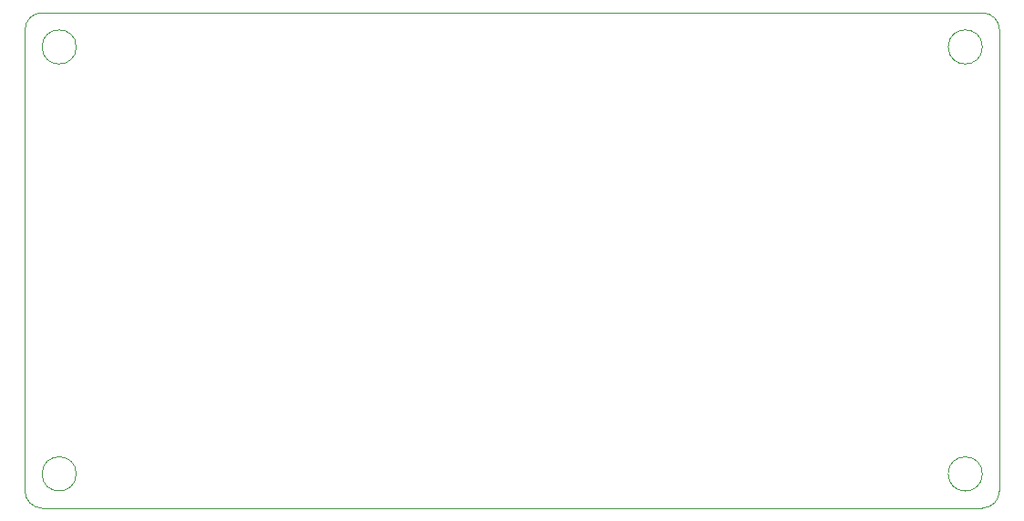
<source format=gbr>
%TF.GenerationSoftware,KiCad,Pcbnew,(6.0.11)*%
%TF.CreationDate,2023-05-27T14:51:32-04:00*%
%TF.ProjectId,MacroPad1.0,4d616372-6f50-4616-9431-2e302e6b6963,rev?*%
%TF.SameCoordinates,Original*%
%TF.FileFunction,Profile,NP*%
%FSLAX46Y46*%
G04 Gerber Fmt 4.6, Leading zero omitted, Abs format (unit mm)*
G04 Created by KiCad (PCBNEW (6.0.11)) date 2023-05-27 14:51:32*
%MOMM*%
%LPD*%
G01*
G04 APERTURE LIST*
%TA.AperFunction,Profile*%
%ADD10C,0.100000*%
%TD*%
G04 APERTURE END LIST*
D10*
X153987500Y-117475000D02*
G75*
G03*
X155575000Y-115887500I0J1587500D01*
G01*
X66675000Y-117475000D02*
X153987500Y-117475000D01*
X153987500Y-114300000D02*
G75*
G03*
X153987500Y-114300000I-1587500J0D01*
G01*
X65087500Y-73025000D02*
X65087500Y-115887500D01*
X155575000Y-73025000D02*
G75*
G03*
X153987500Y-71437500I-1587500J0D01*
G01*
X65087500Y-115887500D02*
G75*
G03*
X66675000Y-117475000I1587500J0D01*
G01*
X69850000Y-114300000D02*
G75*
G03*
X69850000Y-114300000I-1587500J0D01*
G01*
X153987500Y-71437500D02*
X66675000Y-71437500D01*
X155575000Y-73025000D02*
X155575000Y-115887500D01*
X66675000Y-71437500D02*
G75*
G03*
X65087500Y-73025000I0J-1587500D01*
G01*
X69850000Y-74612500D02*
G75*
G03*
X69850000Y-74612500I-1587500J0D01*
G01*
X153987500Y-74612500D02*
G75*
G03*
X153987500Y-74612500I-1587500J0D01*
G01*
M02*

</source>
